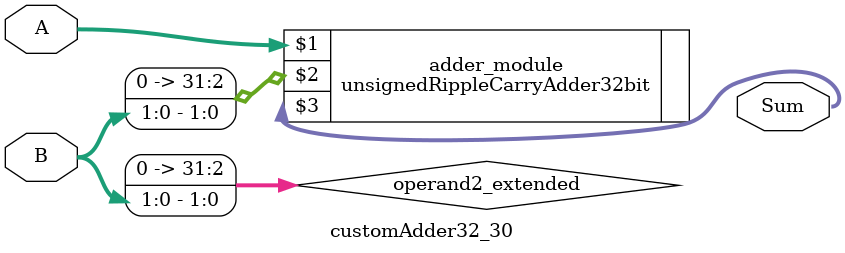
<source format=v>

module customAdder32_30(
                    input [31 : 0] A,
                    input [1 : 0] B,
                    
                    output [32 : 0] Sum
            );

    wire [31 : 0] operand2_extended;
    
    assign operand2_extended =  {30'b0, B};
    
    unsignedRippleCarryAdder32bit adder_module(
        A,
        operand2_extended,
        Sum
    );
    
endmodule
        
</source>
